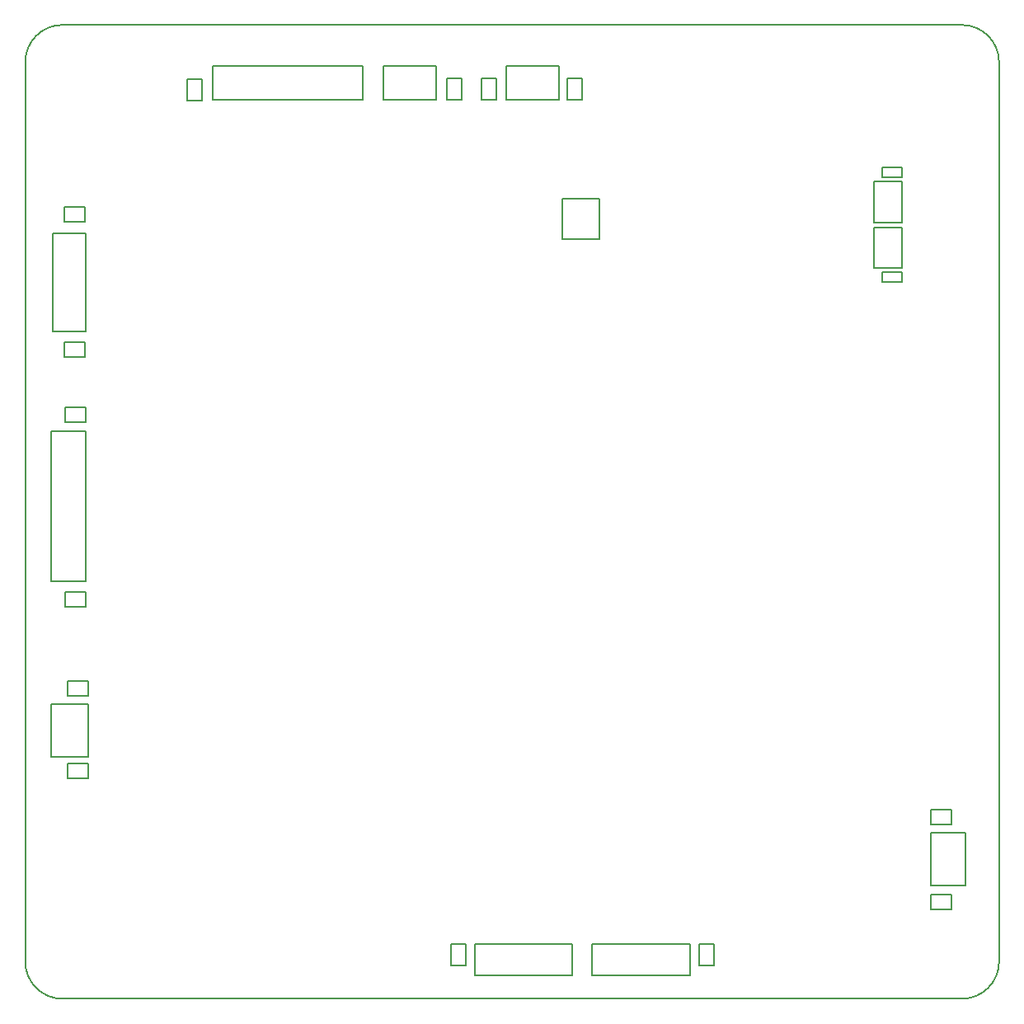
<source format=gm1>
G04*
G04 #@! TF.GenerationSoftware,Altium Limited,Altium Designer,18.1.9 (240)*
G04*
G04 Layer_Color=16711935*
%FSLAX25Y25*%
%MOIN*%
G70*
G01*
G75*
%ADD14C,0.00700*%
D14*
X378701Y0D02*
G03*
X393701Y15000I0J15000D01*
G01*
Y378701D02*
G03*
X378701Y393701I-15000J0D01*
G01*
X15000D02*
G03*
X0Y378701I0J-15000D01*
G01*
Y15000D02*
G03*
X15000Y0I15000J0D01*
G01*
X15750Y320000D02*
X24250D01*
Y314000D02*
Y320000D01*
X15750Y314000D02*
X24250D01*
X15750D02*
Y320000D01*
Y265500D02*
X24250D01*
Y259500D02*
Y265500D01*
X15750Y259500D02*
X24250D01*
X15750D02*
Y265500D01*
X11000Y309450D02*
X24500D01*
Y269950D02*
Y309450D01*
X11000Y269950D02*
X24500D01*
X11000D02*
Y309450D01*
X16000Y164500D02*
X24500D01*
Y158500D02*
Y164500D01*
X16000Y158500D02*
X24500D01*
X16000D02*
Y164500D01*
Y239000D02*
X24500D01*
Y233000D02*
Y239000D01*
X16000Y233000D02*
X24500D01*
X16000D02*
Y239000D01*
X10500Y229375D02*
X24500D01*
Y168625D02*
Y229375D01*
X10500Y168625D02*
X24500D01*
X10500D02*
Y229375D01*
X17000Y95000D02*
X25500D01*
Y89000D02*
Y95000D01*
X17000Y89000D02*
X25500D01*
X17000D02*
Y95000D01*
Y128500D02*
X25500D01*
Y122500D02*
Y128500D01*
X17000Y122500D02*
X25500D01*
X17000D02*
Y128500D01*
X10500Y119125D02*
X25500D01*
Y97875D02*
Y119125D01*
X10500Y97875D02*
X25500D01*
X10500D02*
Y119125D01*
X172000Y22000D02*
X178000D01*
Y13500D02*
Y22000D01*
X172000Y13500D02*
X178000D01*
X172000D02*
Y22000D01*
X181750D02*
X221250D01*
Y9500D02*
Y22000D01*
X181750Y9500D02*
X221250D01*
X181750D02*
Y22000D01*
X272500D02*
X278500D01*
Y13500D02*
Y22000D01*
X272500Y13500D02*
X278500D01*
X272500D02*
Y22000D01*
X229250D02*
X268750D01*
Y9500D02*
Y22000D01*
X229250Y9500D02*
X268750D01*
X229250D02*
Y22000D01*
X366000Y42000D02*
X374500D01*
Y36000D02*
Y42000D01*
X366000Y36000D02*
X374500D01*
X366000D02*
Y42000D01*
Y76500D02*
X374500D01*
Y70500D02*
Y76500D01*
X366000Y70500D02*
X374500D01*
X366000D02*
Y76500D01*
Y67000D02*
X380000D01*
Y45750D02*
Y67000D01*
X366000Y45750D02*
X380000D01*
X366000D02*
Y67000D01*
X346375Y293700D02*
X354375D01*
Y289700D02*
Y293700D01*
X346375Y289700D02*
X354375D01*
X346375D02*
Y293700D01*
X343000Y311750D02*
X354375D01*
X354375Y311750D01*
Y295500D02*
Y311750D01*
X354375Y295500D02*
X354375Y295500D01*
X343000Y295500D02*
X354375D01*
X343000D02*
Y311750D01*
X346375Y336000D02*
X354375D01*
Y332000D02*
Y336000D01*
X346375Y332000D02*
X354375D01*
X346375D02*
Y336000D01*
X343000Y330500D02*
X354375D01*
X354375Y330500D01*
Y313750D02*
Y330500D01*
Y313750D02*
X354375Y313750D01*
X343000D02*
X354375D01*
X343000D02*
Y330500D01*
X217000Y323500D02*
X232000D01*
X232000Y323500D01*
Y307125D02*
Y323500D01*
X232000Y307125D02*
X232000Y307125D01*
X217000Y307125D02*
X232000D01*
X217000Y307125D02*
X217000Y307125D01*
X217000Y307125D02*
Y323500D01*
X219000Y372000D02*
X225000D01*
Y363500D02*
Y372000D01*
X219000Y363500D02*
X225000D01*
X219000D02*
Y372000D01*
X194500Y377000D02*
X215750D01*
Y363500D02*
Y377000D01*
X194500Y363500D02*
X215750D01*
X194500D02*
Y377000D01*
X184500Y372000D02*
X190500D01*
Y363500D02*
Y372000D01*
X184500Y363500D02*
X190500D01*
X184500D02*
Y372000D01*
X170500D02*
X176500D01*
Y363500D02*
Y372000D01*
X170500Y363500D02*
X176500D01*
X170500D02*
Y372000D01*
X144750Y377000D02*
X166000D01*
Y363500D02*
Y377000D01*
X144750Y363500D02*
X166000D01*
X144750D02*
Y377000D01*
X75750D02*
X136500D01*
Y363500D02*
Y377000D01*
X75750Y363500D02*
X136500D01*
X75750D02*
Y377000D01*
X65500Y371750D02*
X71500D01*
Y363250D02*
Y371750D01*
X65500Y363250D02*
X71500D01*
X65500D02*
Y371750D01*
X393701Y15000D02*
Y378701D01*
X15000Y0D02*
X378701D01*
X15000Y393701D02*
X378701D01*
X0Y15000D02*
Y378701D01*
M02*

</source>
